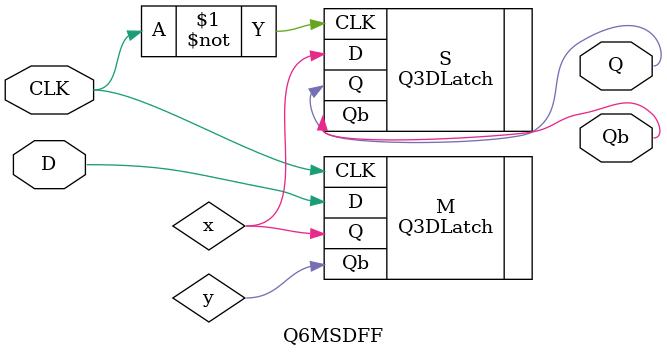
<source format=sv>
`timescale 1ns/1ns
module Q6MSDFF(input D ,CLK ,output Q,Qb);
    wire x,y;
    Q3DLatch M(.D(D),.CLK(CLK),.Q(x),.Qb(y));
    Q3DLatch S(.D(x),.CLK(~CLK),.Q(Q),.Qb(Qb));
endmodule

</source>
